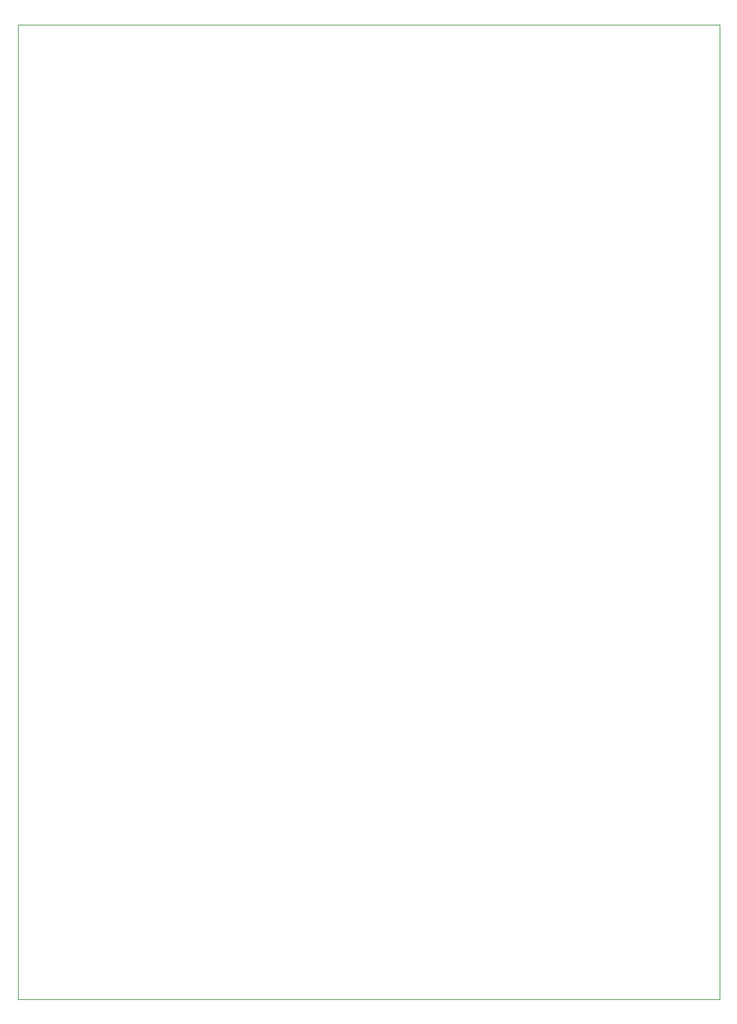
<source format=gbr>
%TF.GenerationSoftware,KiCad,Pcbnew,8.0.8*%
%TF.CreationDate,2025-02-08T14:15:15-05:00*%
%TF.ProjectId,Project_PCB_Subsystem,50726f6a-6563-4745-9f50-43425f537562,rev?*%
%TF.SameCoordinates,Original*%
%TF.FileFunction,Profile,NP*%
%FSLAX46Y46*%
G04 Gerber Fmt 4.6, Leading zero omitted, Abs format (unit mm)*
G04 Created by KiCad (PCBNEW 8.0.8) date 2025-02-08 14:15:15*
%MOMM*%
%LPD*%
G01*
G04 APERTURE LIST*
%TA.AperFunction,Profile*%
%ADD10C,0.050000*%
%TD*%
G04 APERTURE END LIST*
D10*
X124500000Y-23500000D02*
X213500000Y-23500000D01*
X213500000Y-147000000D01*
X124500000Y-147000000D01*
X124500000Y-23500000D01*
M02*

</source>
